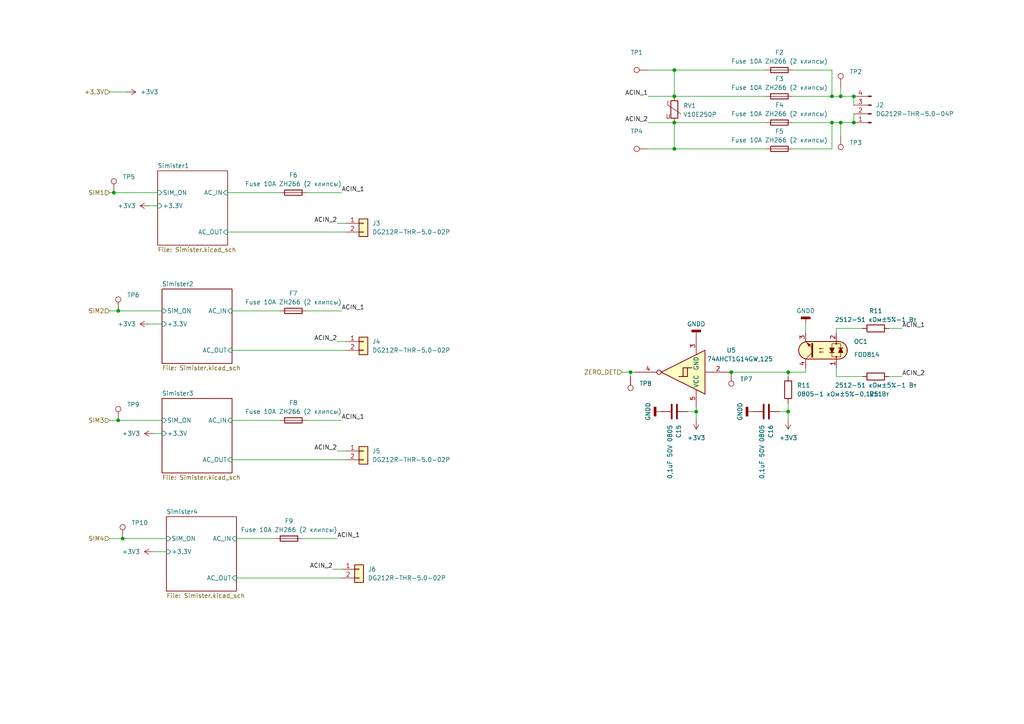
<source format=kicad_sch>
(kicad_sch (version 20230121) (generator eeschema)
  (paper "A4")
  (lib_symbols
    (symbol "74xGxx:74AHCT1G14"
      (property "Reference" "U" (at -2.54 3.81 0))
      (property "Value" "74AHCT1G14" (at 0 -3.81 0))
      (symbol "74AHCT1G14_0_1"
        (polyline (pts (xy -2.54 -1.27) (xy -1.27 -1.27) (xy -1.27 1.27)) (stroke (width 0.254)) (fill (type background)))
        (polyline (pts (xy -7.62 6.35) (xy -7.62 -6.35) (xy 5.08 0) (xy -7.62 6.35)) (stroke (width 0.254)) (fill (type background)))
        (polyline (pts (xy -3.81 -1.27) (xy -2.54 -1.27) (xy -2.54 1.27) (xy 0 1.27)) (stroke (width 0.254)) (fill (type background)))
      )
      (symbol "74AHCT1G14_1_1"
        (pin input line (at -15.24 0 0) (length 7.62) (name "~") (number "2"))
        (pin power_in line (at -5.08 -10.16 90) (length 5.08) (name "GND") (number "3"))
        (pin output inverted (at 12.7 0 180) (length 7.62) (name "~") (number "4"))
        (pin power_in line (at -5.08 10.16 270) (length 5.08) (name "VCC") (number "5"))
      )
    )
    (symbol "Connector:Conn_01x04_Pin" (pin_names (offset 1.016) hide)
      (property "Reference" "J" (at 0 5.08 0))
      (property "Value" "Conn_01x04_Pin" (at 0 -7.62 0))
      (symbol "Conn_01x04_Pin_1_1"
        (polyline (pts (xy 1.27 -5.08) (xy 0.8636 -5.08)) (stroke (width 0.1524)))
        (polyline (pts (xy 1.27 -2.54) (xy 0.8636 -2.54)) (stroke (width 0.1524)))
        (polyline (pts (xy 1.27 0) (xy 0.8636 0)) (stroke (width 0.1524)))
        (polyline (pts (xy 1.27 2.54) (xy 0.8636 2.54)) (stroke (width 0.1524)))
        (rectangle (start 0.8636 -4.953) (end 0 -5.207) (stroke (width 0.1524)) (fill (type outline)))
        (rectangle (start 0.8636 -2.413) (end 0 -2.667) (stroke (width 0.1524)) (fill (type outline)))
        (rectangle (start 0.8636 0.127) (end 0 -0.127) (stroke (width 0.1524)) (fill (type outline)))
        (rectangle (start 0.8636 2.667) (end 0 2.413) (stroke (width 0.1524)) (fill (type outline)))
        (pin passive line (at 5.08 2.54 180) (length 3.81) (name "Pin_1") (number "1"))
        (pin passive line (at 5.08 0 180) (length 3.81) (name "Pin_2") (number "2"))
        (pin passive line (at 5.08 -2.54 180) (length 3.81) (name "Pin_3") (number "3"))
        (pin passive line (at 5.08 -5.08 180) (length 3.81) (name "Pin_4") (number "4"))
      )
    )
    (symbol "Connector:TestPoint" (pin_numbers hide) (pin_names (offset 0.762) hide)
      (property "Reference" "TP" (at 0 6.858 0))
      (property "Value" "TestPoint" (at 0 5.08 0))
      (symbol "TestPoint_0_1"
        (circle (center 0 3.302) (radius 0.762))
      )
      (symbol "TestPoint_1_1"
        (pin passive line (at 0 0 90) (length 2.54) (name "1") (number "1"))
      )
    )
    (symbol "Connector_Generic:Conn_01x02" (pin_names (offset 1.016) hide)
      (property "Reference" "J" (at 0 2.54 0))
      (property "Value" "Conn_01x02" (at 0 -5.08 0))
      (symbol "Conn_01x02_1_1"
        (rectangle (start -1.27 -2.413) (end 0 -2.667) (stroke (width 0.1524)))
        (rectangle (start -1.27 0.127) (end 0 -0.127) (stroke (width 0.1524)))
        (rectangle (start -1.27 1.27) (end 1.27 -3.81) (stroke (width 0.254)) (fill (type background)))
        (pin passive line (at -5.08 0 0) (length 3.81) (name "Pin_1") (number "1"))
        (pin passive line (at -5.08 -2.54 0) (length 3.81) (name "Pin_2") (number "2"))
      )
    )
    (symbol "Device:C" (pin_numbers hide) (pin_names (offset 0.254))
      (property "Reference" "C" (at 0.635 2.54 0))
      (property "Value" "C" (at 0.635 -2.54 0))
      (symbol "C_0_1"
        (polyline (pts (xy -2.032 -0.762) (xy 2.032 -0.762)) (stroke (width 0.508)))
        (polyline (pts (xy -2.032 0.762) (xy 2.032 0.762)) (stroke (width 0.508)))
      )
      (symbol "C_1_1"
        (pin passive line (at 0 3.81 270) (length 2.794) (name "~") (number "1"))
        (pin passive line (at 0 -3.81 90) (length 2.794) (name "~") (number "2"))
      )
    )
    (symbol "Device:Fuse" (pin_numbers hide) (pin_names (offset 0))
      (property "Reference" "F" (at 2.032 0 90))
      (property "Value" "Fuse" (at -1.905 0 90))
      (symbol "Fuse_0_1"
        (rectangle (start -0.762 -2.54) (end 0.762 2.54) (stroke (width 0.254)))
        (polyline (pts (xy 0 2.54) (xy 0 -2.54)))
      )
      (symbol "Fuse_1_1"
        (pin passive line (at 0 3.81 270) (length 1.27) (name "~") (number "1"))
        (pin passive line (at 0 -3.81 90) (length 1.27) (name "~") (number "2"))
      )
    )
    (symbol "Device:R" (pin_numbers hide) (pin_names (offset 0))
      (property "Reference" "R" (at 2.032 0 90))
      (property "Value" "R" (at 0 0 90))
      (symbol "R_0_1"
        (rectangle (start -1.016 -2.54) (end 1.016 2.54) (stroke (width 0.254)))
      )
      (symbol "R_1_1"
        (pin passive line (at 0 3.81 270) (length 1.27) (name "~") (number "1"))
        (pin passive line (at 0 -3.81 90) (length 1.27) (name "~") (number "2"))
      )
    )
    (symbol "Device:Varistor" (pin_numbers hide) (pin_names (offset 0))
      (property "Reference" "RV" (at 3.175 0 90))
      (property "Value" "Varistor" (at -3.175 0 90))
      (symbol "Varistor_0_0"
        (text "U" (at -1.778 -2.032 0) (effects (font (size 1.27 1.27))))
      )
      (symbol "Varistor_0_1"
        (rectangle (start -1.016 -2.54) (end 1.016 2.54) (stroke (width 0.254)))
        (polyline (pts (xy -1.905 2.54) (xy -1.905 1.27) (xy 1.905 -1.27)))
      )
      (symbol "Varistor_1_1"
        (pin passive line (at 0 3.81 270) (length 1.27) (name "~") (number "1"))
        (pin passive line (at 0 -3.81 90) (length 1.27) (name "~") (number "2"))
      )
    )
    (symbol "GNDD_1" (power) (pin_numbers hide) (pin_names (offset 0) hide)
      (property "Value" "GNDD_1" (at 0 -3.175 0))
      (symbol "GNDD_1_0_1"
        (rectangle (start -1.27 -1.524) (end 1.27 -2.032) (stroke (width 0.254)) (fill (type outline)))
        (polyline (pts (xy 0 0) (xy 0 -1.524)))
      )
      (symbol "GNDD_1_1_1"
        (pin power_in line (at 0 0 270) (length 0) hide (name "GNDD") (number "1"))
      )
    )
    (symbol "PCM_4ms_Power-symbol:+3.3V" (power) (pin_numbers hide) (pin_names (offset 0) hide)
      (property "Value" "+3.3V" (at 0 3.556 0))
      (symbol "+3.3V_0_1"
        (polyline (pts (xy -0.762 1.27) (xy 0 2.54)))
        (polyline (pts (xy 0 0) (xy 0 2.54)))
        (polyline (pts (xy 0 2.54) (xy 0.762 1.27)))
      )
      (symbol "+3.3V_1_1"
        (pin power_in line (at 0 0 90) (length 0) hide (name "+3V3") (number "1"))
      )
    )
    (symbol "PCM_Optocoupler_AKL:FOD814" (pin_names (offset 1.016))
      (property "Reference" "OC" (at 7.62 1.27 0))
      (property "Value" "FOD814" (at 7.62 -1.27 0))
      (symbol "FOD814_0_1"
        (arc (start -4.4675 2.54) (mid -6.9851 0) (end -4.4675 -2.54) (stroke (width 0.254)))
        (circle (center -3.81 -1.905) (radius 0.1778) (fill (type outline)))
        (circle (center -3.81 1.905) (radius 0.1778) (fill (type outline)))
        (polyline (pts (xy -5.715 -0.635) (xy -4.445 -0.635)) (stroke (width 0.254)))
        (polyline (pts (xy -4.445 2.54) (xy 4.572 2.54)) (stroke (width 0.254)))
        (polyline (pts (xy -3.81 1.905) (xy -3.81 2.54)) (stroke (width 0.1524)))
        (polyline (pts (xy -1.905 0.635) (xy -3.175 0.635)) (stroke (width 0.254)))
        (polyline (pts (xy 3.175 0.635) (xy 5.08 2.54)))
        (polyline (pts (xy 4.572 -2.54) (xy -4.445 -2.54)) (stroke (width 0.254)))
        (polyline (pts (xy 5.08 -2.54) (xy 3.175 -0.635)) (fill (type outline)))
        (polyline (pts (xy 3.175 1.905) (xy 3.175 -1.905) (xy 3.175 -1.905)) (stroke (width 0.508)))
        (polyline (pts (xy -5.08 -0.635) (xy -5.715 0.635) (xy -4.445 0.635) (xy -5.08 -0.635)) (stroke (width 0.254)) (fill (type outline)))
        (polyline (pts (xy -2.54 0.635) (xy -1.905 -0.635) (xy -3.175 -0.635) (xy -2.54 0.635)) (stroke (width 0.254)) (fill (type outline)))
        (polyline (pts (xy -0.127 -0.508) (xy 1.143 -0.508) (xy 0.762 -0.635) (xy 0.762 -0.381) (xy 1.143 -0.508)))
        (polyline (pts (xy -0.127 0.508) (xy 1.143 0.508) (xy 0.762 0.381) (xy 0.762 0.635) (xy 1.143 0.508)))
        (polyline (pts (xy 3.683 -1.651) (xy 4.191 -1.143) (xy 4.699 -2.159) (xy 3.683 -1.651) (xy 3.683 -1.651)) (fill (type outline)))
        (polyline (pts (xy -3.81 -2.54) (xy -3.81 -1.905) (xy -5.08 -1.905) (xy -5.08 1.905) (xy -2.54 1.905) (xy -2.54 -1.905) (xy -3.81 -1.905)) (stroke (width 0.1524)))
        (polyline (pts (xy -3.81 2.54) (xy 4.826 2.54) (xy 5.334 2.413) (xy 5.969 2.159) (xy 6.604 1.524) (xy 6.985 0.762) (xy 7.112 0) (xy 6.985 -0.889) (xy 6.477 -1.651) (xy 5.969 -2.159) (xy 5.334 -2.413) (xy 4.699 -2.54) (xy -5.08 -2.54) (xy -5.08 -2.54) (xy -5.842 -2.032) (xy -6.35 -1.778) (xy -6.858 -0.508) (xy -6.858 0.254) (xy -6.858 1.016) (xy -6.35 1.778) (xy -5.588 2.286) (xy -4.826 2.54) (xy -3.81 2.54)) (stroke (width 0.01)) (fill (type background)))
        (arc (start 4.5945 -2.54) (mid 7.1121 0) (end 4.5945 2.54) (stroke (width 0.254)))
      )
      (symbol "FOD814_1_1"
        (pin passive line (at -3.81 5.08 270) (length 2.54) (name "~") (number "1"))
        (pin passive line (at -3.81 -5.08 90) (length 2.54) (name "~") (number "2"))
        (pin passive line (at 5.08 -5.08 90) (length 2.54) (name "~") (number "3"))
        (pin passive line (at 5.08 5.08 270) (length 2.54) (name "~") (number "4"))
      )
    )
    (symbol "power:GNDD" (power) (pin_numbers hide) (pin_names (offset 0) hide)
      (property "Value" "GNDD" (at 0 -3.175 0))
      (symbol "GNDD_0_1"
        (rectangle (start -1.27 -1.524) (end 1.27 -2.032) (stroke (width 0.254)) (fill (type outline)))
        (polyline (pts (xy 0 0) (xy 0 -1.524)))
      )
      (symbol "GNDD_1_1"
        (pin power_in line (at 0 0 270) (length 0) hide (name "GNDD") (number "1"))
      )
    )
  )
  (junction (at 228.6 107.95))
  (junction (at 195.58 27.94))
  (junction (at 33.02 55.88))
  (junction (at 35.56 156.21))
  (junction (at 241.3 27.94))
  (junction (at 247.65 27.94))
  (junction (at 195.58 43.18))
  (junction (at 243.84 27.94))
  (junction (at 201.93 119.38))
  (junction (at 247.65 35.56))
  (junction (at 212.09 107.95))
  (junction (at 195.58 35.56))
  (junction (at 195.58 20.32))
  (junction (at 182.88 107.95))
  (junction (at 34.29 121.92))
  (junction (at 228.6 119.38))
  (junction (at 241.3 35.56))
  (junction (at 34.29 90.17))
  (junction (at 243.84 35.56))
  (wire (pts (xy 195.58 35.56) (xy 187.96 35.56)))
  (wire (pts (xy 228.6 107.95) (xy 228.6 109.22)))
  (wire (pts (xy 33.02 55.88) (xy 45.72 55.88)))
  (wire (pts (xy 187.96 20.32) (xy 195.58 20.32)))
  (wire (pts (xy 243.84 27.94) (xy 247.65 27.94)))
  (wire (pts (xy 195.58 43.18) (xy 222.25 43.18)))
  (wire (pts (xy 44.45 125.73) (xy 46.99 125.73)))
  (wire (pts (xy 31.75 55.88) (xy 33.02 55.88)))
  (wire (pts (xy 31.75 156.21) (xy 35.56 156.21)))
  (wire (pts (xy 195.58 35.56) (xy 222.25 35.56)))
  (wire (pts (xy 195.58 43.18) (xy 195.58 35.56)))
  (wire (pts (xy 182.88 109.22) (xy 182.88 107.95)))
  (wire (pts (xy 247.65 27.94) (xy 247.65 30.48)))
  (wire (pts (xy 97.79 99.06) (xy 100.33 99.06)))
  (wire (pts (xy 97.79 64.77) (xy 100.33 64.77)))
  (wire (pts (xy 182.88 107.95) (xy 184.15 107.95)))
  (wire (pts (xy 66.04 55.88) (xy 81.28 55.88)))
  (wire (pts (xy 229.87 20.32) (xy 241.3 20.32)))
  (wire (pts (xy 67.31 121.92) (xy 81.28 121.92)))
  (wire (pts (xy 96.52 165.1) (xy 99.06 165.1)))
  (wire (pts (xy 31.75 90.17) (xy 34.29 90.17)))
  (wire (pts (xy 201.93 119.38) (xy 201.93 121.92)))
  (wire (pts (xy 241.3 43.18) (xy 241.3 35.56)))
  (wire (pts (xy 34.29 90.17) (xy 46.99 90.17)))
  (wire (pts (xy 97.79 156.21) (xy 87.63 156.21)))
  (wire (pts (xy 43.18 59.69) (xy 45.72 59.69)))
  (wire (pts (xy 99.06 90.17) (xy 88.9 90.17)))
  (wire (pts (xy 233.68 107.95) (xy 233.68 106.68)))
  (wire (pts (xy 233.68 93.98) (xy 233.68 96.52)))
  (wire (pts (xy 195.58 20.32) (xy 195.58 27.94)))
  (wire (pts (xy 180.34 107.95) (xy 182.88 107.95)))
  (wire (pts (xy 31.75 121.92) (xy 34.29 121.92)))
  (wire (pts (xy 31.75 26.67) (xy 36.83 26.67)))
  (wire (pts (xy 247.65 33.02) (xy 247.65 35.56)))
  (wire (pts (xy 228.6 119.38) (xy 228.6 121.92)))
  (wire (pts (xy 34.29 121.92) (xy 46.99 121.92)))
  (wire (pts (xy 201.93 119.38) (xy 199.39 119.38)))
  (wire (pts (xy 242.57 95.25) (xy 250.19 95.25)))
  (wire (pts (xy 229.87 35.56) (xy 241.3 35.56)))
  (wire (pts (xy 187.96 43.18) (xy 195.58 43.18)))
  (wire (pts (xy 97.79 130.81) (xy 100.33 130.81)))
  (wire (pts (xy 43.18 93.98) (xy 46.99 93.98)))
  (wire (pts (xy 212.09 107.95) (xy 228.6 107.95)))
  (wire (pts (xy 229.87 27.94) (xy 241.3 27.94)))
  (wire (pts (xy 241.3 20.32) (xy 241.3 27.94)))
  (wire (pts (xy 241.3 35.56) (xy 243.84 35.56)))
  (wire (pts (xy 241.3 27.94) (xy 243.84 27.94)))
  (wire (pts (xy 242.57 95.25) (xy 242.57 96.52)))
  (wire (pts (xy 66.04 67.31) (xy 100.33 67.31)))
  (wire (pts (xy 44.45 160.02) (xy 48.26 160.02)))
  (wire (pts (xy 228.6 107.95) (xy 233.68 107.95)))
  (wire (pts (xy 243.84 25.4) (xy 243.84 27.94)))
  (wire (pts (xy 229.87 43.18) (xy 241.3 43.18)))
  (wire (pts (xy 35.56 156.21) (xy 48.26 156.21)))
  (wire (pts (xy 257.81 109.22) (xy 261.62 109.22)))
  (wire (pts (xy 67.31 90.17) (xy 81.28 90.17)))
  (wire (pts (xy 201.93 118.11) (xy 201.93 119.38)))
  (wire (pts (xy 99.06 121.92) (xy 88.9 121.92)))
  (wire (pts (xy 257.81 95.25) (xy 261.62 95.25)))
  (wire (pts (xy 243.84 39.37) (xy 243.84 35.56)))
  (wire (pts (xy 67.31 101.6) (xy 100.33 101.6)))
  (wire (pts (xy 68.58 167.64) (xy 99.06 167.64)))
  (wire (pts (xy 187.96 27.94) (xy 195.58 27.94)))
  (wire (pts (xy 242.57 109.22) (xy 242.57 106.68)))
  (wire (pts (xy 68.58 156.21) (xy 80.01 156.21)))
  (wire (pts (xy 226.06 119.38) (xy 228.6 119.38)))
  (wire (pts (xy 195.58 20.32) (xy 222.25 20.32)))
  (wire (pts (xy 243.84 35.56) (xy 247.65 35.56)))
  (wire (pts (xy 195.58 27.94) (xy 222.25 27.94)))
  (wire (pts (xy 67.31 133.35) (xy 100.33 133.35)))
  (wire (pts (xy 228.6 116.84) (xy 228.6 119.38)))
  (wire (pts (xy 99.06 55.88) (xy 88.9 55.88)))
  (wire (pts (xy 242.57 109.22) (xy 250.19 109.22)))
  (label "ACIN_2" (at 97.79 64.77 180))
  (label "ACIN_2" (at 96.52 165.1 180))
  (label "ACIN_2" (at 187.96 35.56 180))
  (label "ACIN_1" (at 97.79 156.21 0))
  (label "ACIN_1" (at 99.06 55.88 0))
  (label "ACIN_2" (at 97.79 99.06 180))
  (label "ACIN_1" (at 99.06 121.92 0))
  (label "ACIN_1" (at 99.06 90.17 0))
  (label "ACIN_2" (at 97.79 130.81 180))
  (label "ACIN_1" (at 187.96 27.94 180))
  (label "ACIN_1" (at 261.62 95.25 0))
  (label "ACIN_2" (at 261.62 109.22 0))
  (hierarchical_label "SIM1" (shape input) (at 31.75 55.88 180))
  (hierarchical_label "SIM4" (shape input) (at 31.75 156.21 180))
  (hierarchical_label "ZERO_DET" (shape input) (at 180.34 107.95 180))
  (hierarchical_label "+3.3V" (shape input) (at 31.75 26.67 180))
  (hierarchical_label "SIM2" (shape input) (at 31.75 90.17 180))
  (hierarchical_label "SIM3" (shape input) (at 31.75 121.92 180))
  (symbol (lib_id "Device:Fuse") (at 83.82 156.21 270) (unit 1)
    (property "Reference" "F9" (at 83.82 151.13 90))
    (property "Value" "Fuse 10A ZH266 (2 клипсы)" (at 83.82 153.67 90))
    (property "Footprint" "Fuse:Fuseholder_100_series_5x20mm_D1,5" (effects hide))
  )
  (symbol (lib_id "PCM_4ms_Power-symbol:+3.3V") (at 201.93 121.92 180) (unit 1)
    (property "Reference" "#PWR047" (effects hide))
    (property "Value" "+3.3V" (at 201.93 127 0))
  )
  (symbol (lib_id "Connector_Generic:Conn_01x02") (at 105.41 64.77 0) (unit 1)
    (property "Reference" "J3" (at 107.95 64.77 0) (effects (justify left)))
    (property "Value" "DG212R-THR-5.0-02P" (at 107.95 67.31 0) (effects (justify left)))
    (property "Footprint" "Connector:DG212R-THR-5.0-02P" (effects hide))
  )
  (symbol (lib_id "Connector:TestPoint") (at 212.09 107.95 180) (unit 1) (in_bom no)
    (property "Reference" "TP7" (at 214.63 109.982 0) (effects (justify right)))
    (property "Value" "TestPoint" (effects hide))
    (property "Footprint" "PCM_4ms_TestPoint:TestPoint_D1" (effects hide))
    (instances (project "Плата симистров" (path "" (reference "TP7") (unit 1))) (project "Плата внешних шаговых двигателей" (path "" (reference "TP21") (unit 1)) (path "" (reference "TP5") (unit 1))))
  )
  (symbol (lib_id "Connector:Conn_01x04_Pin") (at 252.73 33.02 180) (unit 1)
    (property "Reference" "J2" (at 254 30.48 0) (effects (justify right)))
    (property "Value" "DG212R-THR-5.0-04P" (at 254 33.02 0) (effects (justify right)))
    (property "Footprint" "Connector:DG212R-THR-5.0-04P" (effects hide))
  )
  (symbol (lib_id "Device:R") (at 228.6 113.03 0) (unit 1)
    (property "Reference" "R11" (at 231.14 111.76 0) (effects (justify left)))
    (property "Value" "0805-1 кОм±5%-0,125 Вт" (at 231.14 114.3 0) (effects (justify left)))
    (property "Footprint" "Resistor_SMD:R_0805_2012Metric_Pad1.20x1.40mm_HandSolder" (effects hide))
  )
  (symbol (lib_id "Connector:TestPoint") (at 34.29 121.92 0) (unit 1) (in_bom no)
    (property "Reference" "TP9" (at 36.83 117.348 0) (effects (justify left)))
    (property "Value" "TestPoint" (effects hide))
    (property "Footprint" "PCM_4ms_TestPoint:TestPoint_D1" (effects hide))
    (instances (project "Плата симистров" (path "" (reference "TP9") (unit 1))) (project "Плата внешних шаговых двигателей" (path "" (reference "TP21") (unit 1)) (path "" (reference "TP5") (unit 1))))
  )
  (symbol (lib_id "power:GNDD") (at 191.77 119.38 270) (unit 1)
    (property "Reference" "#PWR044" (effects hide))
    (property "Value" "GNDD" (at 187.96 119.38 0))
  )
  (symbol (lib_id "PCM_4ms_Power-symbol:+3.3V") (at 228.6 121.92 180) (unit 1)
    (property "Reference" "#PWR048" (effects hide))
    (property "Value" "+3.3V" (at 228.6 127 0))
  )
  (symbol (lib_id "PCM_4ms_Power-symbol:+3.3V") (at 43.18 93.98 90) (unit 1)
    (property "Reference" "#PWR041" (effects hide))
    (property "Value" "+3.3V" (at 39.37 93.98 90) (effects (justify left)))
  )
  (symbol (lib_id "Device:Fuse") (at 226.06 27.94 270) (unit 1)
    (property "Reference" "F3" (at 226.06 22.86 90))
    (property "Value" "Fuse 10A ZH266 (2 клипсы)" (at 226.06 25.4 90))
    (property "Footprint" "Fuse:Fuseholder_100_series_5x20mm_D1,5" (effects hide))
  )
  (symbol (lib_id "Connector:TestPoint") (at 33.02 55.88 0) (unit 1) (in_bom no)
    (property "Reference" "TP5" (at 35.56 51.308 0) (effects (justify left)))
    (property "Value" "TestPoint" (effects hide))
    (property "Footprint" "PCM_4ms_TestPoint:TestPoint_D1" (effects hide))
    (instances (project "Плата симистров" (path "" (reference "TP5") (unit 1))) (project "Плата внешних шаговых двигателей" (path "" (reference "TP21") (unit 1)) (path "" (reference "TP5") (unit 1))))
  )
  (symbol (lib_id "Device:Fuse") (at 226.06 20.32 270) (unit 1)
    (property "Reference" "F2" (at 226.06 15.24 90))
    (property "Value" "Fuse 10A ZH266 (2 клипсы)" (at 226.06 17.78 90))
    (property "Footprint" "Fuse:Fuseholder_100_series_5x20mm_D1,5" (effects hide))
  )
  (symbol (lib_id "Connector:TestPoint") (at 243.84 39.37 180) (unit 1) (in_bom no)
    (property "Reference" "TP3" (at 246.38 41.402 0) (effects (justify right)))
    (property "Value" "TestPoint" (effects hide))
    (property "Footprint" "PCM_4ms_TestPoint:TestPoint_D1" (effects hide))
    (instances (project "Плата симистров" (path "" (reference "TP3") (unit 1))) (project "Плата внешних шаговых двигателей" (path "" (reference "TP21") (unit 1)) (path "" (reference "TP5") (unit 1))))
  )
  (symbol (lib_id "Device:C") (at 222.25 119.38 270) (unit 1)
    (property "Reference" "C16" (at 223.52 123.19 0) (effects (justify left)))
    (property "Value" "0,1uF 50V 0805" (at 220.98 123.19 0) (effects (justify left)))
    (property "Footprint" "Capacitor_SMD:C_0805_2012Metric_Pad1.18x1.45mm_HandSolder" (effects hide))
  )
  (symbol (lib_id "PCM_4ms_Power-symbol:+3.3V") (at 44.45 125.73 90) (unit 1)
    (property "Reference" "#PWR049" (effects hide))
    (property "Value" "+3.3V" (at 40.64 125.73 90) (effects (justify left)))
  )
  (symbol (lib_id "PCM_Optocoupler_AKL:FOD814") (at 238.76 101.6 180) (unit 1)
    (property "Reference" "OC1" (at 247.65 99.06 0) (effects (justify right)))
    (property "Value" "FOD814" (at 247.65 102.87 0) (effects (justify right)))
    (property "Footprint" "Package_DIP:DIP-4_W7.62mm_LongPads" (effects hide))
    (property "Datasheet" "https://www.tme.eu/Document/3a0358906a5fcb3aa253d025de809a1d/FOD814300W.PDF" (effects hide))
  )
  (symbol (lib_id "Connector:TestPoint") (at 187.96 20.32 90) (unit 1) (in_bom no)
    (property "Reference" "TP1" (at 184.658 15.24 90))
    (property "Value" "TestPoint" (effects hide))
    (property "Footprint" "PCM_4ms_TestPoint:TestPoint_D1" (effects hide))
    (instances (project "Плата симистров" (path "" (reference "TP1") (unit 1))) (project "Плата внешних шаговых двигателей" (path "" (reference "TP21") (unit 1)) (path "" (reference "TP5") (unit 1))))
  )
  (symbol (lib_id "Connector:TestPoint") (at 187.96 43.18 90) (unit 1) (in_bom no)
    (property "Reference" "TP4" (at 184.658 38.1 90))
    (property "Value" "TestPoint" (effects hide))
    (property "Footprint" "PCM_4ms_TestPoint:TestPoint_D1" (effects hide))
    (instances (project "Плата симистров" (path "" (reference "TP4") (unit 1))) (project "Плата внешних шаговых двигателей" (path "" (reference "TP21") (unit 1)) (path "" (reference "TP5") (unit 1))))
  )
  (symbol (lib_id "Connector_Generic:Conn_01x02") (at 105.41 130.81 0) (unit 1)
    (property "Reference" "J5" (at 107.95 130.81 0) (effects (justify left)))
    (property "Value" "DG212R-THR-5.0-02P" (at 107.95 133.35 0) (effects (justify left)))
    (property "Footprint" "Connector:DG212R-THR-5.0-02P" (effects hide))
  )
  (symbol (lib_id "Device:Varistor") (at 195.58 31.75 0) (unit 1)
    (property "Reference" "RV1" (at 198.12 30.6733 0) (effects (justify left)))
    (property "Value" "V10E250P" (at 198.12 33.2133 0) (effects (justify left)))
    (property "Footprint" "Varistor:RV_Disc_D12mm_W5.8mm_P7.5mm" (effects hide))
    (property "Sim.Name" "kicad_builtin_varistor" (effects hide))
    (property "Sim.Device" "SUBCKT" (effects hide))
    (property "Sim.Pins" "1=A 2=B" (effects hide))
    (property "Sim.Params" "threshold=1k" (effects hide))
    (property "Sim.Library" "${KICAD7_SYMBOL_DIR}/Simulation_SPICE.sp" (effects hide))
  )
  (symbol (lib_id "Connector:TestPoint") (at 35.56 156.21 0) (unit 1) (in_bom no)
    (property "Reference" "TP10" (at 38.1 151.638 0) (effects (justify left)))
    (property "Value" "TestPoint" (effects hide))
    (property "Footprint" "PCM_4ms_TestPoint:TestPoint_D1" (effects hide))
    (instances (project "Плата симистров" (path "" (reference "TP10") (unit 1))) (project "Плата внешних шаговых двигателей" (path "" (reference "TP21") (unit 1)) (path "" (reference "TP5") (unit 1))))
  )
  (symbol (lib_id "power:GNDD") (at 218.44 119.38 270) (unit 1)
    (property "Reference" "#PWR046" (effects hide))
    (property "Value" "GNDD" (at 214.63 119.38 0))
  )
  (symbol (lib_id "power:GNDD") (at 201.93 97.79 180) (unit 1)
    (property "Reference" "#PWR043" (effects hide))
    (property "Value" "GNDD" (at 201.93 93.98 0))
  )
  (symbol (lib_id "Device:Fuse") (at 226.06 43.18 270) (unit 1)
    (property "Reference" "F5" (at 226.06 38.1 90))
    (property "Value" "Fuse 10A ZH266 (2 клипсы)" (at 226.06 40.64 90))
    (property "Footprint" "Fuse:Fuseholder_100_series_5x20mm_D1,5" (effects hide))
  )
  (symbol (lib_id "Device:Fuse") (at 85.09 55.88 270) (unit 1)
    (property "Reference" "F6" (at 85.09 50.8 90))
    (property "Value" "Fuse 10A ZH266 (2 клипсы)" (at 85.09 53.34 90))
    (property "Footprint" "Fuse:Fuseholder_100_series_5x20mm_D1,5" (effects hide))
  )
  (symbol (lib_id "Device:Fuse") (at 85.09 121.92 270) (unit 1)
    (property "Reference" "F8" (at 85.09 116.84 90))
    (property "Value" "Fuse 10A ZH266 (2 клипсы)" (at 85.09 119.38 90))
    (property "Footprint" "Fuse:Fuseholder_100_series_5x20mm_D1,5" (effects hide))
  )
  (symbol (lib_id "Device:R") (at 254 109.22 90) (unit 1)
    (property "Reference" "R11" (at 254 114.3 90))
    (property "Value" "2512-51 кОм±5%-1 Вт" (at 254 111.76 90))
    (property "Footprint" "PCM_Resistor_SMD_AKL:R_2512_6332Metric" (effects hide))
    (instances (project "Плата симистров" (path "" (reference "R11") (unit 1)) (path "" (reference "R13") (unit 1)) (path "" (reference "R17") (unit 1)) (path "" (reference "R21") (unit 1)) (path "" (reference "R10") (unit 1))))
  )
  (symbol (lib_id "Device:Fuse") (at 85.09 90.17 270) (unit 1)
    (property "Reference" "F7" (at 85.09 85.09 90))
    (property "Value" "Fuse 10A ZH266 (2 клипсы)" (at 85.09 87.63 90))
    (property "Footprint" "Fuse:Fuseholder_100_series_5x20mm_D1,5" (effects hide))
  )
  (symbol (lib_id "PCM_4ms_Power-symbol:+3.3V") (at 44.45 160.02 90) (unit 1)
    (property "Reference" "#PWR050" (effects hide))
    (property "Value" "+3.3V" (at 40.64 160.02 90) (effects (justify left)))
  )
  (symbol (lib_id "Device:C") (at 195.58 119.38 270) (unit 1)
    (property "Reference" "C15" (at 196.85 123.19 0) (effects (justify left)))
    (property "Value" "0,1uF 50V 0805" (at 194.31 123.19 0) (effects (justify left)))
    (property "Footprint" "Capacitor_SMD:C_0805_2012Metric_Pad1.18x1.45mm_HandSolder" (effects hide))
  )
  (symbol (lib_id "PCM_4ms_Power-symbol:+3.3V") (at 36.83 26.67 270) (unit 1)
    (property "Reference" "#PWR013" (effects hide))
    (property "Value" "+3.3V" (at 40.64 26.67 90) (effects (justify left)))
  )
  (symbol (lib_id "Connector_Generic:Conn_01x02") (at 104.14 165.1 0) (unit 1)
    (property "Reference" "J6" (at 106.68 165.1 0) (effects (justify left)))
    (property "Value" "DG212R-THR-5.0-02P" (at 106.68 167.64 0) (effects (justify left)))
    (property "Footprint" "Connector:DG212R-THR-5.0-02P" (effects hide))
  )
  (symbol (lib_id "Connector:TestPoint") (at 243.84 25.4 0) (unit 1) (in_bom no)
    (property "Reference" "TP2" (at 246.38 20.828 0) (effects (justify left)))
    (property "Value" "TestPoint" (effects hide))
    (property "Footprint" "PCM_4ms_TestPoint:TestPoint_D1" (effects hide))
    (instances (project "Плата симистров" (path "" (reference "TP2") (unit 1))) (project "Плата внешних шаговых двигателей" (path "" (reference "TP21") (unit 1)) (path "" (reference "TP5") (unit 1))))
  )
  (symbol (lib_id "Connector:TestPoint") (at 182.88 109.22 180) (unit 1) (in_bom no)
    (property "Reference" "TP8" (at 185.42 111.252 0) (effects (justify right)))
    (property "Value" "TestPoint" (effects hide))
    (property "Footprint" "PCM_4ms_TestPoint:TestPoint_D1" (effects hide))
    (instances (project "Плата симистров" (path "" (reference "TP8") (unit 1))) (project "Плата внешних шаговых двигателей" (path "" (reference "TP21") (unit 1)) (path "" (reference "TP5") (unit 1))))
  )
  (symbol (lib_id "74xGxx:74AHCT1G14") (at 196.85 107.95 180) (unit 1)
    (property "Reference" "U5" (at 212.09 101.6 0))
    (property "Value" "74AHCT1G14GW,125" (at 214.63 104.14 0))
    (property "Footprint" "Package_TO_SOT_SMD:SOT-23-5" (effects hide))
    (property "Datasheet" "http://www.ti.com/lit/sg/scyt129e/scyt129e.pdf" (effects hide))
  )
  (symbol (lib_name "GNDD_1") (lib_id "power:GNDD") (at 233.68 93.98 180) (unit 1)
    (property "Reference" "#PWR042" (effects hide))
    (property "Value" "GNDD" (at 233.68 90.17 0))
  )
  (symbol (lib_id "Connector_Generic:Conn_01x02") (at 105.41 99.06 0) (unit 1)
    (property "Reference" "J4" (at 107.95 99.06 0) (effects (justify left)))
    (property "Value" "DG212R-THR-5.0-02P" (at 107.95 101.6 0) (effects (justify left)))
    (property "Footprint" "Connector:DG212R-THR-5.0-02P" (effects hide))
  )
  (symbol (lib_id "PCM_4ms_Power-symbol:+3.3V") (at 43.18 59.69 90) (unit 1)
    (property "Reference" "#PWR040" (effects hide))
    (property "Value" "+3.3V" (at 39.37 59.69 90) (effects (justify left)))
  )
  (symbol (lib_id "Device:R") (at 254 95.25 270) (unit 1)
    (property "Reference" "R11" (at 254 90.17 90))
    (property "Value" "2512-51 кОм±5%-1 Вт" (at 254 92.71 90))
    (property "Footprint" "PCM_Resistor_SMD_AKL:R_2512_6332Metric" (effects hide))
    (instances (project "Плата симистров" (path "" (reference "R11") (unit 1)) (path "" (reference "R13") (unit 1)) (path "" (reference "R17") (unit 1)) (path "" (reference "R21") (unit 1)) (path "" (reference "R9") (unit 1))))
  )
  (symbol (lib_id "Device:Fuse") (at 226.06 35.56 270) (unit 1)
    (property "Reference" "F4" (at 226.06 30.48 90))
    (property "Value" "Fuse 10A ZH266 (2 клипсы)" (at 226.06 33.02 90))
    (property "Footprint" "Fuse:Fuseholder_100_series_5x20mm_D1,5" (effects hide))
  )
  (symbol (lib_id "Connector:TestPoint") (at 34.29 90.17 0) (unit 1) (in_bom no)
    (property "Reference" "TP6" (at 36.83 85.598 0) (effects (justify left)))
    (property "Value" "TestPoint" (effects hide))
    (property "Footprint" "PCM_4ms_TestPoint:TestPoint_D1" (effects hide))
    (instances (project "Плата симистров" (path "" (reference "TP6") (unit 1))) (project "Плата внешних шаговых двигателей" (path "" (reference "TP21") (unit 1)) (path "" (reference "TP5") (unit 1))))
  )
  (sheet (at 48.26 149.86) (size 20.32 21.59) (stroke (width 0.1524))
    (property "Sheetname" "Simister4" (at 48.26 149.1484 0) (effects (justify left bottom)))
    (property "Sheetfile" "Simister.kicad_sch" (at 48.26 172.0346 0) (effects (justify left top)))
    (pin "SIM_ON" input (at 48.26 156.21 180))
    (pin "+3.3V" input (at 48.26 160.02 180))
    (pin "AC_IN" input (at 68.58 156.21 0))
    (pin "AC_OUT" input (at 68.58 167.64 0))
  )
  (sheet (at 45.72 49.53) (size 20.32 21.59) (stroke (width 0.1524))
    (property "Sheetname" "Simister1" (at 45.72 48.8184 0) (effects (justify left bottom)))
    (property "Sheetfile" "Simister.kicad_sch" (at 45.72 71.7046 0) (effects (justify left top)))
    (pin "SIM_ON" input (at 45.72 55.88 180))
    (pin "+3.3V" input (at 45.72 59.69 180))
    (pin "AC_IN" input (at 66.04 55.88 0))
    (pin "AC_OUT" input (at 66.04 67.31 0))
  )
  (sheet (at 46.99 83.82) (size 20.32 21.59) (stroke (width 0.1524))
    (property "Sheetname" "Simister2" (at 46.99 83.1084 0) (effects (justify left bottom)))
    (property "Sheetfile" "Simister.kicad_sch" (at 46.99 105.9946 0) (effects (justify left top)))
    (pin "SIM_ON" input (at 46.99 90.17 180))
    (pin "+3.3V" input (at 46.99 93.98 180))
    (pin "AC_IN" input (at 67.31 90.17 0))
    (pin "AC_OUT" input (at 67.31 101.6 0))
  )
  (sheet (at 46.99 115.57) (size 20.32 21.59) (stroke (width 0.1524))
    (property "Sheetname" "Simister3" (at 46.99 114.8584 0) (effects (justify left bottom)))
    (property "Sheetfile" "Simister.kicad_sch" (at 46.99 137.7446 0) (effects (justify left top)))
    (pin "SIM_ON" input (at 46.99 121.92 180))
    (pin "+3.3V" input (at 46.99 125.73 180))
    (pin "AC_IN" input (at 67.31 121.92 0))
    (pin "AC_OUT" input (at 67.31 133.35 0))
  )
)
</source>
